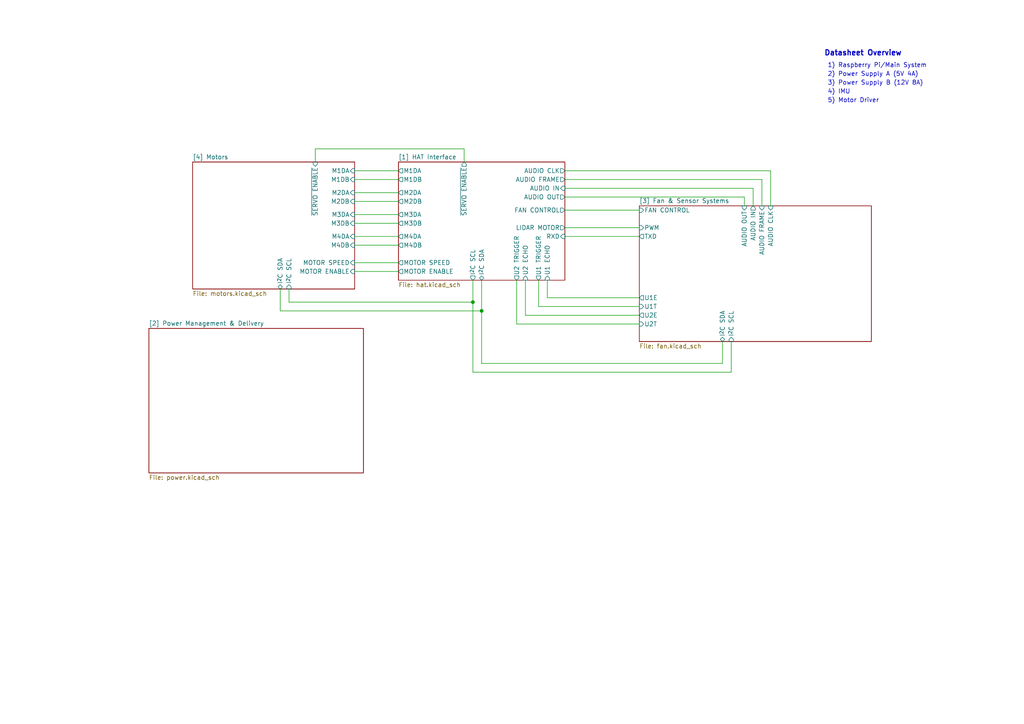
<source format=kicad_sch>
(kicad_sch
	(version 20250114)
	(generator "eeschema")
	(generator_version "9.0")
	(uuid "e63e39d7-6ac0-4ffd-8aa3-1841a4541b55")
	(paper "A4")
	(title_block
		(title "Autonomous  Courier Robot \"Bad Apple\"")
		(date "2025-08-28")
		(rev "1")
		(company "Mixed Engineering Group 3 | STEM 12-Altruism / AY 2526 | CIT-U SHS")
		(comment 4 "Schematic Overview")
	)
	(lib_symbols)
	(text "3) Power Supply B (12V 8A)"
		(exclude_from_sim no)
		(at 240.03 24.13 0)
		(effects
			(font
				(size 1.27 1.27)
			)
			(justify left)
		)
		(uuid "20078d84-b504-474a-b9e8-b27128826340")
	)
	(text "Datasheet Overview"
		(exclude_from_sim no)
		(at 261.62 15.494 0)
		(effects
			(font
				(size 1.524 1.524)
				(thickness 0.3048)
				(bold yes)
			)
			(justify right)
		)
		(uuid "42472342-5275-4d83-a829-025c44b54dab")
	)
	(text "5) Motor Driver"
		(exclude_from_sim no)
		(at 240.03 29.21 0)
		(effects
			(font
				(size 1.27 1.27)
				(thickness 0.1588)
			)
			(justify left)
			(href "https://cdn.sparkfun.com/assets/0/1/b/b/3/TB6612FNG.pdf")
		)
		(uuid "5db43665-882c-4c57-8f57-c0a14a9ce65c")
	)
	(text "2) Power Supply A (5V 4A)"
		(exclude_from_sim no)
		(at 240.03 21.59 0)
		(effects
			(font
				(size 1.27 1.27)
				(thickness 0.1588)
			)
			(justify left)
		)
		(uuid "d378c445-6bb0-47b7-b727-7a6ed356f47b")
	)
	(text "4) IMU"
		(exclude_from_sim no)
		(at 240.03 26.67 0)
		(effects
			(font
				(size 1.27 1.27)
				(thickness 0.1588)
			)
			(justify left)
			(href "https://jlcpcb.com/api/file/downloadByFileSystemAccessId/8588905297688088576")
		)
		(uuid "d83cbcec-d282-46f6-87d8-3d992182bc9a")
	)
	(text "1) Raspberry Pi/Main System"
		(exclude_from_sim no)
		(at 240.03 19.05 0)
		(effects
			(font
				(size 1.27 1.27)
				(thickness 0.1588)
			)
			(justify left)
			(href "https://datasheets.raspberrypi.com/rpi4/raspberry-pi-4-datasheet.pdf")
		)
		(uuid "f87dfd94-2556-475a-913b-b4ffdfba7bce")
	)
	(junction
		(at 137.16 87.63)
		(diameter 0)
		(color 0 0 0 0)
		(uuid "539da418-ef1a-4bdf-8d70-ded588dc6741")
	)
	(junction
		(at 139.7 90.17)
		(diameter 0)
		(color 0 0 0 0)
		(uuid "59291faf-7667-4250-80fd-6d641567d7f1")
	)
	(wire
		(pts
			(xy 212.09 99.06) (xy 212.09 107.95)
		)
		(stroke
			(width 0)
			(type default)
		)
		(uuid "05957ca5-3047-481c-9e76-6318633d914c")
	)
	(wire
		(pts
			(xy 83.82 87.63) (xy 137.16 87.63)
		)
		(stroke
			(width 0)
			(type default)
		)
		(uuid "0df19e19-830b-42f5-8ac7-50b8ce1c3ddb")
	)
	(wire
		(pts
			(xy 139.7 90.17) (xy 81.28 90.17)
		)
		(stroke
			(width 0)
			(type default)
		)
		(uuid "1d96a817-ee9e-4dff-acda-510b92874144")
	)
	(wire
		(pts
			(xy 215.9 57.15) (xy 215.9 59.69)
		)
		(stroke
			(width 0)
			(type default)
		)
		(uuid "21df01a0-f4b5-4ee9-adc2-8d619e6dbce7")
	)
	(wire
		(pts
			(xy 102.87 76.2) (xy 115.57 76.2)
		)
		(stroke
			(width 0)
			(type default)
		)
		(uuid "27f29ea0-7318-4592-a794-777d3f6b612f")
	)
	(wire
		(pts
			(xy 91.44 43.18) (xy 134.62 43.18)
		)
		(stroke
			(width 0)
			(type default)
		)
		(uuid "303135d0-6c12-4efa-aae3-1745045e49ff")
	)
	(wire
		(pts
			(xy 209.55 105.41) (xy 139.7 105.41)
		)
		(stroke
			(width 0)
			(type default)
		)
		(uuid "363ac5df-4778-488e-b4cb-17167c7cc22a")
	)
	(wire
		(pts
			(xy 158.75 81.28) (xy 158.75 86.36)
		)
		(stroke
			(width 0)
			(type default)
		)
		(uuid "39eaceba-9c8e-4c14-9f6a-74abf8321513")
	)
	(wire
		(pts
			(xy 152.4 91.44) (xy 185.42 91.44)
		)
		(stroke
			(width 0)
			(type default)
		)
		(uuid "3b0a3401-4ddb-492f-8532-eb47f9a28fb4")
	)
	(wire
		(pts
			(xy 137.16 81.28) (xy 137.16 87.63)
		)
		(stroke
			(width 0)
			(type default)
		)
		(uuid "44f0a53d-c77b-4f78-9930-3cbd30b6c4b7")
	)
	(wire
		(pts
			(xy 102.87 62.23) (xy 115.57 62.23)
		)
		(stroke
			(width 0)
			(type default)
		)
		(uuid "4573cc24-5bd0-4d97-bceb-5335eadcd8b6")
	)
	(wire
		(pts
			(xy 149.86 81.28) (xy 149.86 93.98)
		)
		(stroke
			(width 0)
			(type default)
		)
		(uuid "50946d8e-424d-4cd7-afac-e272167a00e8")
	)
	(wire
		(pts
			(xy 81.28 83.82) (xy 81.28 90.17)
		)
		(stroke
			(width 0)
			(type default)
		)
		(uuid "551b3019-6161-4c73-8c64-ec6324c00af1")
	)
	(wire
		(pts
			(xy 163.83 68.58) (xy 185.42 68.58)
		)
		(stroke
			(width 0)
			(type default)
		)
		(uuid "57babe16-01f2-49cd-943f-2f5dc4c3a90e")
	)
	(wire
		(pts
			(xy 139.7 90.17) (xy 139.7 105.41)
		)
		(stroke
			(width 0)
			(type default)
		)
		(uuid "60033b96-73c6-4a6e-a5bb-4a82eb4777a2")
	)
	(wire
		(pts
			(xy 163.83 49.53) (xy 223.52 49.53)
		)
		(stroke
			(width 0)
			(type default)
		)
		(uuid "602b8adf-7a86-4195-ab26-c45210ee2d28")
	)
	(wire
		(pts
			(xy 220.98 59.69) (xy 220.98 52.07)
		)
		(stroke
			(width 0)
			(type default)
		)
		(uuid "61c57622-9965-41dd-b1a4-3c6da9a147a9")
	)
	(wire
		(pts
			(xy 223.52 49.53) (xy 223.52 59.69)
		)
		(stroke
			(width 0)
			(type default)
		)
		(uuid "6374adf4-de29-4a10-8152-737b385b5e46")
	)
	(wire
		(pts
			(xy 163.83 57.15) (xy 215.9 57.15)
		)
		(stroke
			(width 0)
			(type default)
		)
		(uuid "63a73e60-9bd7-4946-aa51-d211b0549df9")
	)
	(wire
		(pts
			(xy 212.09 107.95) (xy 137.16 107.95)
		)
		(stroke
			(width 0)
			(type default)
		)
		(uuid "66b508de-d7ab-428f-a375-9e59768b3e9b")
	)
	(wire
		(pts
			(xy 163.83 66.04) (xy 185.42 66.04)
		)
		(stroke
			(width 0)
			(type default)
		)
		(uuid "68f907c0-8e14-435f-8ecc-9cbe54ce4525")
	)
	(wire
		(pts
			(xy 149.86 93.98) (xy 185.42 93.98)
		)
		(stroke
			(width 0)
			(type default)
		)
		(uuid "69e6c699-bcf5-4ff9-b590-b151c8efccfe")
	)
	(wire
		(pts
			(xy 102.87 78.74) (xy 115.57 78.74)
		)
		(stroke
			(width 0)
			(type default)
		)
		(uuid "73265659-d7e0-4d97-a0b9-c5c4ec4010e0")
	)
	(wire
		(pts
			(xy 102.87 55.88) (xy 115.57 55.88)
		)
		(stroke
			(width 0)
			(type default)
		)
		(uuid "7690a1e8-66ba-40f7-b65e-b199c1ccdea6")
	)
	(wire
		(pts
			(xy 158.75 86.36) (xy 185.42 86.36)
		)
		(stroke
			(width 0)
			(type default)
		)
		(uuid "7e92c145-4110-4b3f-8dac-46fcea7074a5")
	)
	(wire
		(pts
			(xy 102.87 58.42) (xy 115.57 58.42)
		)
		(stroke
			(width 0)
			(type default)
		)
		(uuid "9461a79a-0ccb-44b2-87b6-fd7d4c43643c")
	)
	(wire
		(pts
			(xy 156.21 88.9) (xy 185.42 88.9)
		)
		(stroke
			(width 0)
			(type default)
		)
		(uuid "979d93d4-b069-4cae-a1ea-3fe86d257028")
	)
	(wire
		(pts
			(xy 209.55 99.06) (xy 209.55 105.41)
		)
		(stroke
			(width 0)
			(type default)
		)
		(uuid "ae385ae3-1760-40fe-ba63-36625951d6af")
	)
	(wire
		(pts
			(xy 102.87 49.53) (xy 115.57 49.53)
		)
		(stroke
			(width 0)
			(type default)
		)
		(uuid "afd23171-2fa0-4c50-bf96-582422b272bd")
	)
	(wire
		(pts
			(xy 102.87 64.77) (xy 115.57 64.77)
		)
		(stroke
			(width 0)
			(type default)
		)
		(uuid "b2a83380-2bcf-4c64-a6fa-f7d7121b8726")
	)
	(wire
		(pts
			(xy 137.16 87.63) (xy 137.16 107.95)
		)
		(stroke
			(width 0)
			(type default)
		)
		(uuid "b59b873c-5c09-4bd5-99bc-a198839c9a55")
	)
	(wire
		(pts
			(xy 102.87 68.58) (xy 115.57 68.58)
		)
		(stroke
			(width 0)
			(type default)
		)
		(uuid "b9185645-aac6-4efa-ab9f-70ee98e199a9")
	)
	(wire
		(pts
			(xy 152.4 81.28) (xy 152.4 91.44)
		)
		(stroke
			(width 0)
			(type default)
		)
		(uuid "bacaff12-0141-4581-a5ae-dc747f0e0747")
	)
	(wire
		(pts
			(xy 102.87 71.12) (xy 115.57 71.12)
		)
		(stroke
			(width 0)
			(type default)
		)
		(uuid "bca93649-2cbf-4430-941b-0af709f4269b")
	)
	(wire
		(pts
			(xy 134.62 43.18) (xy 134.62 46.99)
		)
		(stroke
			(width 0)
			(type default)
		)
		(uuid "ccb71087-d0af-4648-aed2-6159a78244ca")
	)
	(wire
		(pts
			(xy 163.83 60.96) (xy 185.42 60.96)
		)
		(stroke
			(width 0)
			(type default)
		)
		(uuid "cde20c12-8df1-49a8-9b06-dff0057eb8ab")
	)
	(wire
		(pts
			(xy 139.7 81.28) (xy 139.7 90.17)
		)
		(stroke
			(width 0)
			(type default)
		)
		(uuid "ce3f12f6-96f7-490a-b598-a7aad1bd5e10")
	)
	(wire
		(pts
			(xy 218.44 54.61) (xy 218.44 59.69)
		)
		(stroke
			(width 0)
			(type default)
		)
		(uuid "cf348753-cece-4626-86f9-9b8e58fb2803")
	)
	(wire
		(pts
			(xy 91.44 46.99) (xy 91.44 43.18)
		)
		(stroke
			(width 0)
			(type default)
		)
		(uuid "e677069e-17fc-4eb2-a656-06d54852f69d")
	)
	(wire
		(pts
			(xy 156.21 81.28) (xy 156.21 88.9)
		)
		(stroke
			(width 0)
			(type default)
		)
		(uuid "e8e9659d-13fc-48b0-8983-dda571b67973")
	)
	(wire
		(pts
			(xy 163.83 54.61) (xy 218.44 54.61)
		)
		(stroke
			(width 0)
			(type default)
		)
		(uuid "eac60263-cb9a-4d07-aa02-f933d92af919")
	)
	(wire
		(pts
			(xy 220.98 52.07) (xy 163.83 52.07)
		)
		(stroke
			(width 0)
			(type default)
		)
		(uuid "ed4894cf-a263-489f-9df3-0ddd9e4e5322")
	)
	(wire
		(pts
			(xy 102.87 52.07) (xy 115.57 52.07)
		)
		(stroke
			(width 0)
			(type default)
		)
		(uuid "fd2685b4-6b42-4ee2-8d42-f94a943be064")
	)
	(wire
		(pts
			(xy 83.82 83.82) (xy 83.82 87.63)
		)
		(stroke
			(width 0)
			(type default)
		)
		(uuid "fffbb539-bcaa-494e-be0a-1d4ba6b729bd")
	)
	(sheet
		(at 43.18 95.25)
		(size 62.23 41.91)
		(exclude_from_sim no)
		(in_bom yes)
		(on_board yes)
		(dnp no)
		(fields_autoplaced yes)
		(stroke
			(width 0.1524)
			(type solid)
		)
		(fill
			(color 0 0 0 0.0000)
		)
		(uuid "98ed4f83-ccd5-4176-a771-f91be77d4327")
		(property "Sheetname" "[2] Power Management & Delivery"
			(at 43.18 94.5384 0)
			(effects
				(font
					(size 1.27 1.27)
				)
				(justify left bottom)
			)
		)
		(property "Sheetfile" "power.kicad_sch"
			(at 43.18 137.7446 0)
			(effects
				(font
					(size 1.27 1.27)
				)
				(justify left top)
			)
		)
		(instances
			(project "Bad Apple"
				(path "/e63e39d7-6ac0-4ffd-8aa3-1841a4541b55"
					(page "3")
				)
			)
		)
	)
	(sheet
		(at 115.57 46.99)
		(size 48.26 34.29)
		(exclude_from_sim no)
		(in_bom yes)
		(on_board yes)
		(dnp no)
		(fields_autoplaced yes)
		(stroke
			(width 0.1524)
			(type solid)
		)
		(fill
			(color 0 0 0 0.0000)
		)
		(uuid "b30abb3a-5689-47ca-b698-70986eaac049")
		(property "Sheetname" "[1] HAT Interface"
			(at 115.57 46.2784 0)
			(effects
				(font
					(size 1.27 1.27)
				)
				(justify left bottom)
			)
		)
		(property "Sheetfile" "hat.kicad_sch"
			(at 115.57 81.8646 0)
			(effects
				(font
					(size 1.27 1.27)
				)
				(justify left top)
			)
		)
		(pin "LIDAR MOTOR" output
			(at 163.83 66.04 0)
			(uuid "f892eb3b-1e92-48a9-9d44-451c8db31d36")
			(effects
				(font
					(size 1.27 1.27)
				)
				(justify right)
			)
		)
		(pin "RXD" input
			(at 163.83 68.58 0)
			(uuid "430cf4b2-78b6-43fd-96fb-23409b85c664")
			(effects
				(font
					(size 1.27 1.27)
				)
				(justify right)
			)
		)
		(pin "M1DA" output
			(at 115.57 49.53 180)
			(uuid "fa9aca7e-8b1c-49e2-87c1-cb860a010d2a")
			(effects
				(font
					(size 1.27 1.27)
				)
				(justify left)
			)
		)
		(pin "M1DB" output
			(at 115.57 52.07 180)
			(uuid "3ec4363e-a963-494c-8141-e29d785532b2")
			(effects
				(font
					(size 1.27 1.27)
				)
				(justify left)
			)
		)
		(pin "M2DA" output
			(at 115.57 55.88 180)
			(uuid "bddf087d-7933-422b-8142-6233e0b2eb3e")
			(effects
				(font
					(size 1.27 1.27)
				)
				(justify left)
			)
		)
		(pin "M2DB" output
			(at 115.57 58.42 180)
			(uuid "776c8013-1e74-423b-8724-35cd02ba7673")
			(effects
				(font
					(size 1.27 1.27)
				)
				(justify left)
			)
		)
		(pin "M3DA" output
			(at 115.57 62.23 180)
			(uuid "7ab7ec3b-5d83-4179-b469-30fc8918195e")
			(effects
				(font
					(size 1.27 1.27)
				)
				(justify left)
			)
		)
		(pin "M3DB" output
			(at 115.57 64.77 180)
			(uuid "10f3fe66-f035-4a33-925a-fe5007f35c86")
			(effects
				(font
					(size 1.27 1.27)
				)
				(justify left)
			)
		)
		(pin "M4DA" output
			(at 115.57 68.58 180)
			(uuid "96687c4c-43b8-4dad-b5b1-528d324e9af4")
			(effects
				(font
					(size 1.27 1.27)
				)
				(justify left)
			)
		)
		(pin "M4DB" output
			(at 115.57 71.12 180)
			(uuid "01e3aeff-f127-4e01-8f16-244d7a867634")
			(effects
				(font
					(size 1.27 1.27)
				)
				(justify left)
			)
		)
		(pin "MOTOR SPEED" output
			(at 115.57 76.2 180)
			(uuid "4fa90b32-0f2a-40c6-8770-bf7a87de274e")
			(effects
				(font
					(size 1.27 1.27)
				)
				(justify left)
			)
		)
		(pin "U1 ECHO" input
			(at 158.75 81.28 270)
			(uuid "2f7a1d1d-b7c4-48ab-99ec-6e05718e3b04")
			(effects
				(font
					(size 1.27 1.27)
				)
				(justify left)
			)
		)
		(pin "U1 TRIGGER" output
			(at 156.21 81.28 270)
			(uuid "6244a54c-5118-40be-aa6e-e5ff77eedd36")
			(effects
				(font
					(size 1.27 1.27)
				)
				(justify left)
			)
		)
		(pin "U2 ECHO" input
			(at 152.4 81.28 270)
			(uuid "b7148e33-d0ad-48a8-af21-90265d83ae0b")
			(effects
				(font
					(size 1.27 1.27)
				)
				(justify left)
			)
		)
		(pin "U2 TRIGGER" output
			(at 149.86 81.28 270)
			(uuid "60ecd456-7a7b-4e15-9da5-a5ccc4594e66")
			(effects
				(font
					(size 1.27 1.27)
				)
				(justify left)
			)
		)
		(pin "FAN CONTROL" output
			(at 163.83 60.96 0)
			(uuid "6b001e8d-d1b8-4ec6-98e8-29d6048d6371")
			(effects
				(font
					(size 1.27 1.27)
				)
				(justify right)
			)
		)
		(pin "I^{2}C SCL" output
			(at 137.16 81.28 270)
			(uuid "1a9a9be8-2d50-4656-88b7-0076066329a7")
			(effects
				(font
					(size 1.27 1.27)
				)
				(justify left)
			)
		)
		(pin "I^{2}C SDA" bidirectional
			(at 139.7 81.28 270)
			(uuid "088b13f0-c2d2-4552-b5b2-57a66a62eacd")
			(effects
				(font
					(size 1.27 1.27)
				)
				(justify left)
			)
		)
		(pin "~{SERVO ENABLE}" output
			(at 134.62 46.99 90)
			(uuid "6a90d2cd-9422-43ef-9d38-615172fc2be8")
			(effects
				(font
					(size 1.27 1.27)
				)
				(justify right)
			)
		)
		(pin "MOTOR ENABLE" output
			(at 115.57 78.74 180)
			(uuid "03976581-ae2b-4652-a463-29507acb032e")
			(effects
				(font
					(size 1.27 1.27)
				)
				(justify left)
			)
		)
		(pin "AUDIO CLK" output
			(at 163.83 49.53 0)
			(uuid "25b81f83-2ce6-4ef7-b977-7065ce53e05a")
			(effects
				(font
					(size 1.27 1.27)
				)
				(justify right)
			)
		)
		(pin "AUDIO FRAME" output
			(at 163.83 52.07 0)
			(uuid "d63d25a8-68bf-4ed0-95d5-c882d3e908b0")
			(effects
				(font
					(size 1.27 1.27)
				)
				(justify right)
			)
		)
		(pin "AUDIO IN" input
			(at 163.83 54.61 0)
			(uuid "6a10fbda-5e59-49dc-946b-95ca118b38c6")
			(effects
				(font
					(size 1.27 1.27)
				)
				(justify right)
			)
		)
		(pin "AUDIO OUT" output
			(at 163.83 57.15 0)
			(uuid "26752704-8ff9-4a8d-a18c-e4a963f2626a")
			(effects
				(font
					(size 1.27 1.27)
				)
				(justify right)
			)
		)
		(instances
			(project "Bad Apple"
				(path "/e63e39d7-6ac0-4ffd-8aa3-1841a4541b55"
					(page "2")
				)
			)
		)
	)
	(sheet
		(at 185.42 59.69)
		(size 67.31 39.37)
		(exclude_from_sim no)
		(in_bom yes)
		(on_board yes)
		(dnp no)
		(fields_autoplaced yes)
		(stroke
			(width 0.1524)
			(type solid)
		)
		(fill
			(color 0 0 0 0.0000)
		)
		(uuid "c8618b48-a44a-4b17-ab33-542db64ac1dc")
		(property "Sheetname" "[3] Fan & Sensor Systems"
			(at 185.42 58.9784 0)
			(effects
				(font
					(size 1.27 1.27)
				)
				(justify left bottom)
			)
		)
		(property "Sheetfile" "fan.kicad_sch"
			(at 185.42 99.6446 0)
			(effects
				(font
					(size 1.27 1.27)
				)
				(justify left top)
			)
		)
		(pin "PWM" input
			(at 185.42 66.04 180)
			(uuid "ad2dec59-7947-47ee-84e0-7f4e11d4fa06")
			(effects
				(font
					(size 1.27 1.27)
				)
				(justify left)
			)
		)
		(pin "TXD" output
			(at 185.42 68.58 180)
			(uuid "7237fc73-fcca-4203-a7ce-28570baf5844")
			(effects
				(font
					(size 1.27 1.27)
				)
				(justify left)
			)
		)
		(pin "U1E" output
			(at 185.42 86.36 180)
			(uuid "5f73404f-4298-4a3e-9cf4-c3f5f71a1e90")
			(effects
				(font
					(size 1.27 1.27)
				)
				(justify left)
			)
		)
		(pin "U1T" input
			(at 185.42 88.9 180)
			(uuid "a44c162c-0734-4033-a4fe-47f0c77e4061")
			(effects
				(font
					(size 1.27 1.27)
				)
				(justify left)
			)
		)
		(pin "U2E" output
			(at 185.42 91.44 180)
			(uuid "c48f808e-036c-4a00-8ce6-69a0f5f4e54b")
			(effects
				(font
					(size 1.27 1.27)
				)
				(justify left)
			)
		)
		(pin "U2T" input
			(at 185.42 93.98 180)
			(uuid "b83f055c-1a54-4eaf-96aa-44ac90a0a8cd")
			(effects
				(font
					(size 1.27 1.27)
				)
				(justify left)
			)
		)
		(pin "FAN CONTROL" input
			(at 185.42 60.96 180)
			(uuid "0ec51d7d-198c-490d-8a6b-731972aa1f91")
			(effects
				(font
					(size 1.27 1.27)
				)
				(justify left)
			)
		)
		(pin "I^{2}C SCL" input
			(at 212.09 99.06 270)
			(uuid "2741c88e-b44d-4c61-99eb-d159cf710c99")
			(effects
				(font
					(size 1.27 1.27)
				)
				(justify left)
			)
		)
		(pin "I^{2}C SDA" bidirectional
			(at 209.55 99.06 270)
			(uuid "77fadbda-a7fa-4c24-b5e1-c18584124868")
			(effects
				(font
					(size 1.27 1.27)
				)
				(justify left)
			)
		)
		(pin "AUDIO CLK" input
			(at 223.52 59.69 90)
			(uuid "921decfe-4907-415a-86e1-f55f0356e963")
			(effects
				(font
					(size 1.27 1.27)
				)
				(justify right)
			)
		)
		(pin "AUDIO FRAME" input
			(at 220.98 59.69 90)
			(uuid "5f546de8-a6ba-4146-90b3-8f810d37c22d")
			(effects
				(font
					(size 1.27 1.27)
				)
				(justify right)
			)
		)
		(pin "AUDIO IN" output
			(at 218.44 59.69 90)
			(uuid "c7880658-6f9f-43d6-98c8-52944dde6317")
			(effects
				(font
					(size 1.27 1.27)
				)
				(justify right)
			)
		)
		(pin "AUDIO OUT" input
			(at 215.9 59.69 90)
			(uuid "f280864e-f2a0-4d1c-8c42-d58fd557dc75")
			(effects
				(font
					(size 1.27 1.27)
				)
				(justify right)
			)
		)
		(instances
			(project "Bad Apple"
				(path "/e63e39d7-6ac0-4ffd-8aa3-1841a4541b55"
					(page "6")
				)
			)
		)
	)
	(sheet
		(at 55.88 46.99)
		(size 46.99 36.83)
		(exclude_from_sim no)
		(in_bom yes)
		(on_board yes)
		(dnp no)
		(fields_autoplaced yes)
		(stroke
			(width 0.1524)
			(type solid)
		)
		(fill
			(color 0 0 0 0.0000)
		)
		(uuid "c889d685-3039-4adb-ba70-2b5226dc43de")
		(property "Sheetname" "[4] Motors"
			(at 55.88 46.2784 0)
			(effects
				(font
					(size 1.27 1.27)
				)
				(justify left bottom)
			)
		)
		(property "Sheetfile" "motors.kicad_sch"
			(at 55.88 84.4046 0)
			(effects
				(font
					(size 1.27 1.27)
				)
				(justify left top)
			)
		)
		(pin "M1DA" input
			(at 102.87 49.53 0)
			(uuid "927cf277-21bc-4dba-91d3-0688260eaf93")
			(effects
				(font
					(size 1.27 1.27)
				)
				(justify right)
			)
		)
		(pin "M1DB" input
			(at 102.87 52.07 0)
			(uuid "6293ffb1-83a2-4e46-962e-c20820077b49")
			(effects
				(font
					(size 1.27 1.27)
				)
				(justify right)
			)
		)
		(pin "M2DA" input
			(at 102.87 55.88 0)
			(uuid "b072de3d-d979-4692-af0e-01d266c66600")
			(effects
				(font
					(size 1.27 1.27)
				)
				(justify right)
			)
		)
		(pin "M2DB" input
			(at 102.87 58.42 0)
			(uuid "8ab2ceda-47a8-4390-82b8-143bdb9613e6")
			(effects
				(font
					(size 1.27 1.27)
				)
				(justify right)
			)
		)
		(pin "M3DA" input
			(at 102.87 62.23 0)
			(uuid "1d75c5cd-af6a-4df5-9fb8-0519eeb35606")
			(effects
				(font
					(size 1.27 1.27)
				)
				(justify right)
			)
		)
		(pin "M3DB" input
			(at 102.87 64.77 0)
			(uuid "7622ab53-feba-4afc-b9f3-5129d62b5801")
			(effects
				(font
					(size 1.27 1.27)
				)
				(justify right)
			)
		)
		(pin "M4DA" input
			(at 102.87 68.58 0)
			(uuid "05e3a3b9-d82a-4809-a965-71de2a07f53e")
			(effects
				(font
					(size 1.27 1.27)
				)
				(justify right)
			)
		)
		(pin "M4DB" input
			(at 102.87 71.12 0)
			(uuid "b872380e-c8c1-4215-ab80-e13daa1db0ca")
			(effects
				(font
					(size 1.27 1.27)
				)
				(justify right)
			)
		)
		(pin "MOTOR SPEED" input
			(at 102.87 76.2 0)
			(uuid "4297e26a-030e-4736-990d-bf842c2f7e42")
			(effects
				(font
					(size 1.27 1.27)
				)
				(justify right)
			)
		)
		(pin "I^{2}C SCL" input
			(at 83.82 83.82 270)
			(uuid "034ff37e-d570-48b9-9dbb-b8f23e2e4343")
			(effects
				(font
					(size 1.27 1.27)
				)
				(justify left)
			)
		)
		(pin "I^{2}C SDA" bidirectional
			(at 81.28 83.82 270)
			(uuid "7b83f155-21ee-4f0d-a9fc-babeba92db58")
			(effects
				(font
					(size 1.27 1.27)
				)
				(justify left)
			)
		)
		(pin "~{SERVO ENABLE}" input
			(at 91.44 46.99 90)
			(uuid "4e00578a-fe8d-4f7e-ae57-db98a49f2850")
			(effects
				(font
					(size 1.27 1.27)
				)
				(justify right)
			)
		)
		(pin "MOTOR ENABLE" input
			(at 102.87 78.74 0)
			(uuid "c160eb22-2e22-4723-93c9-bbaa139d51de")
			(effects
				(font
					(size 1.27 1.27)
				)
				(justify right)
			)
		)
		(instances
			(project "Bad Apple"
				(path "/e63e39d7-6ac0-4ffd-8aa3-1841a4541b55"
					(page "7")
				)
			)
		)
	)
	(sheet_instances
		(path "/"
			(page "1")
		)
	)
	(embedded_fonts no)
)

</source>
